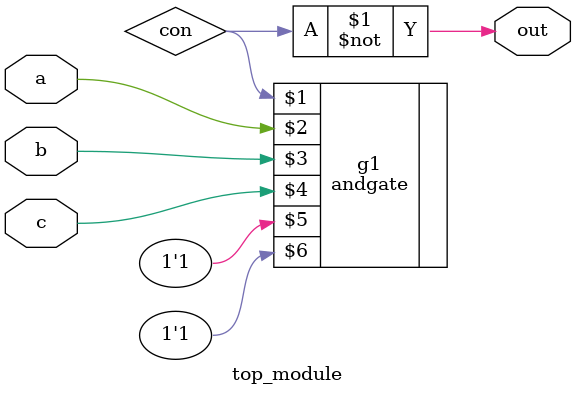
<source format=v>
module top_module (input a, input b, input c, output out);//
	wire con;
    andgate g1 ( con, a, b, c, 1'b1, 1'b1);
    assign out = ~con;

endmodule

</source>
